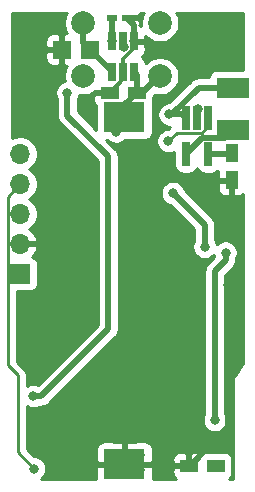
<source format=gbr>
G04 #@! TF.GenerationSoftware,KiCad,Pcbnew,(5.1.9)-1*
G04 #@! TF.CreationDate,2021-03-01T14:14:47+01:00*
G04 #@! TF.ProjectId,button timer v1.2.1_Coin_Cell,62757474-6f6e-4207-9469-6d6572207631,rev?*
G04 #@! TF.SameCoordinates,Original*
G04 #@! TF.FileFunction,Copper,L2,Bot*
G04 #@! TF.FilePolarity,Positive*
%FSLAX46Y46*%
G04 Gerber Fmt 4.6, Leading zero omitted, Abs format (unit mm)*
G04 Created by KiCad (PCBNEW (5.1.9)-1) date 2021-03-01 14:14:47*
%MOMM*%
%LPD*%
G01*
G04 APERTURE LIST*
G04 #@! TA.AperFunction,SMDPad,CuDef*
%ADD10R,2.794000X1.778000*%
G04 #@! TD*
G04 #@! TA.AperFunction,SMDPad,CuDef*
%ADD11R,0.650000X1.500000*%
G04 #@! TD*
G04 #@! TA.AperFunction,SMDPad,CuDef*
%ADD12R,0.650000X2.000000*%
G04 #@! TD*
G04 #@! TA.AperFunction,SMDPad,CuDef*
%ADD13C,0.150000*%
G04 #@! TD*
G04 #@! TA.AperFunction,SMDPad,CuDef*
%ADD14R,1.500000X1.100000*%
G04 #@! TD*
G04 #@! TA.AperFunction,SMDPad,CuDef*
%ADD15R,1.100000X1.500000*%
G04 #@! TD*
G04 #@! TA.AperFunction,SMDPad,CuDef*
%ADD16R,1.500000X1.500000*%
G04 #@! TD*
G04 #@! TA.AperFunction,ComponentPad*
%ADD17C,2.000000*%
G04 #@! TD*
G04 #@! TA.AperFunction,ComponentPad*
%ADD18O,1.700000X1.700000*%
G04 #@! TD*
G04 #@! TA.AperFunction,ComponentPad*
%ADD19R,1.700000X1.700000*%
G04 #@! TD*
G04 #@! TA.AperFunction,SMDPad,CuDef*
%ADD20R,0.900000X0.620000*%
G04 #@! TD*
G04 #@! TA.AperFunction,SMDPad,CuDef*
%ADD21R,3.510000X2.540000*%
G04 #@! TD*
G04 #@! TA.AperFunction,ViaPad*
%ADD22C,0.800000*%
G04 #@! TD*
G04 #@! TA.AperFunction,Conductor*
%ADD23C,0.500000*%
G04 #@! TD*
G04 #@! TA.AperFunction,Conductor*
%ADD24C,0.350000*%
G04 #@! TD*
G04 #@! TA.AperFunction,Conductor*
%ADD25C,0.250000*%
G04 #@! TD*
G04 #@! TA.AperFunction,Conductor*
%ADD26C,0.254000*%
G04 #@! TD*
G04 #@! TA.AperFunction,Conductor*
%ADD27C,0.150000*%
G04 #@! TD*
G04 APERTURE END LIST*
D10*
G04 #@! TO.P,L1,1*
G04 #@! TO.N,Net-(L1-Pad1)*
X134975000Y-61597000D03*
G04 #@! TO.P,L1,2*
G04 #@! TO.N,Net-(L1-Pad2)*
X134975000Y-65153000D03*
G04 #@! TD*
D11*
G04 #@! TO.P,U2,5*
G04 #@! TO.N,Net-(Q1-Pad1)*
X125650000Y-57660000D03*
G04 #@! TO.P,U2,6*
G04 #@! TO.N,/GND*
X126600000Y-57660000D03*
G04 #@! TO.P,U2,4*
G04 #@! TO.N,/GPIO4*
X124700000Y-57660000D03*
G04 #@! TO.P,U2,3*
G04 #@! TO.N,Net-(R6-Pad2)*
X124700000Y-60260000D03*
G04 #@! TO.P,U2,2*
G04 #@! TO.N,/GND*
X125650000Y-60260000D03*
G04 #@! TO.P,U2,1*
G04 #@! TO.N,Net-(BT1-Pad1)*
X126600000Y-60260000D03*
G04 #@! TD*
D12*
G04 #@! TO.P,U1,5*
G04 #@! TO.N,Net-(L1-Pad2)*
X130980000Y-67220000D03*
G04 #@! TO.P,U1,4*
G04 #@! TO.N,/VCC*
X132880000Y-67220000D03*
G04 #@! TO.P,U1,3*
G04 #@! TO.N,Net-(R7-Pad1)*
X132880000Y-64170000D03*
G04 #@! TA.AperFunction,SMDPad,CuDef*
D13*
G04 #@! TO.P,U1,2*
G04 #@! TO.N,/GND*
G36*
X131605000Y-63170000D02*
G01*
X132255000Y-63170000D01*
X132255000Y-65170000D01*
X131605000Y-65170000D01*
X131605000Y-63170000D01*
G37*
G04 #@! TD.AperFunction*
D12*
G04 #@! TO.P,U1,1*
G04 #@! TO.N,Net-(L1-Pad1)*
X130980000Y-64170000D03*
G04 #@! TD*
D14*
G04 #@! TO.P,C1,2*
G04 #@! TO.N,Net-(BT1-Pad1)*
X126820000Y-62010000D03*
G04 #@! TO.P,C1,1*
G04 #@! TO.N,/GND*
X124520000Y-62010000D03*
G04 #@! TD*
D15*
G04 #@! TO.P,C3,2*
G04 #@! TO.N,/GND*
X134850000Y-69400000D03*
G04 #@! TO.P,C3,1*
G04 #@! TO.N,/VCC*
X134850000Y-67100000D03*
G04 #@! TD*
D14*
G04 #@! TO.P,C2,2*
G04 #@! TO.N,/RST*
X133534800Y-93599000D03*
G04 #@! TO.P,C2,1*
G04 #@! TO.N,/GND*
X131234800Y-93599000D03*
G04 #@! TD*
D16*
G04 #@! TO.P,R8,2*
G04 #@! TO.N,Net-(R6-Pad2)*
X122880000Y-58356500D03*
G04 #@! TO.P,R8,1*
G04 #@! TO.N,/GND*
X120480000Y-58356500D03*
G04 #@! TD*
D17*
G04 #@! TO.P,SW1,1*
G04 #@! TO.N,Net-(BT1-Pad1)*
X122300000Y-60600000D03*
G04 #@! TO.P,SW1,2*
G04 #@! TO.N,Net-(R6-Pad2)*
X122300000Y-56100000D03*
G04 #@! TO.P,SW1,1*
G04 #@! TO.N,Net-(BT1-Pad1)*
X128800000Y-60600000D03*
G04 #@! TO.P,SW1,2*
G04 #@! TO.N,Net-(R6-Pad2)*
X128800000Y-56100000D03*
G04 #@! TD*
D18*
G04 #@! TO.P,J1,5*
G04 #@! TO.N,/RST*
X116960000Y-67190000D03*
G04 #@! TO.P,J1,4*
G04 #@! TO.N,/TX*
X116960000Y-69730000D03*
G04 #@! TO.P,J1,3*
G04 #@! TO.N,/RX*
X116960000Y-72270000D03*
G04 #@! TO.P,J1,2*
G04 #@! TO.N,/GND*
X116960000Y-74810000D03*
D19*
G04 #@! TO.P,J1,1*
G04 #@! TO.N,/VCC*
X116960000Y-77350000D03*
G04 #@! TD*
D20*
G04 #@! TO.P,C4,2*
G04 #@! TO.N,/GND*
X126020000Y-55660000D03*
G04 #@! TO.P,C4,1*
G04 #@! TO.N,/GPIO4*
X124720000Y-55660000D03*
G04 #@! TD*
D21*
G04 #@! TO.P,BT1,2*
G04 #@! TO.N,/GND*
X125780800Y-93444200D03*
G04 #@! TO.P,BT1,1*
G04 #@! TO.N,Net-(BT1-Pad1)*
X125780800Y-64084200D03*
G04 #@! TD*
D22*
G04 #@! TO.N,/VCC*
X134825000Y-67125000D03*
G04 #@! TO.N,/GND*
X120475000Y-58275000D03*
X124600000Y-62025000D03*
X132000000Y-63425000D03*
X118925000Y-79675000D03*
X117350000Y-79650000D03*
X123150000Y-69925000D03*
X119950000Y-70775000D03*
X123325000Y-73100000D03*
X131230000Y-93670000D03*
X124510000Y-93940000D03*
X125830000Y-94000000D03*
X127100000Y-93950000D03*
X127080000Y-92700000D03*
X125830000Y-92710000D03*
X124530000Y-92730000D03*
X131900080Y-69400000D03*
X134575000Y-78275000D03*
X126600000Y-57660000D03*
G04 #@! TO.N,/RST*
X129875000Y-70500000D03*
X132575000Y-75050000D03*
X133330000Y-93670000D03*
G04 #@! TO.N,/TX*
X118125000Y-93825000D03*
G04 #@! TO.N,/EN*
X134350000Y-75550000D03*
X133437500Y-89737500D03*
G04 #@! TO.N,Net-(BT1-Pad1)*
X125075000Y-65300000D03*
X127040000Y-62010000D03*
G04 #@! TO.N,/GPIO4*
X118075000Y-87700000D03*
X124700000Y-57660000D03*
X120949999Y-62025001D03*
G04 #@! TO.N,Net-(R7-Pad1)*
X129500000Y-66100000D03*
G04 #@! TO.N,Net-(L1-Pad1)*
X129590000Y-63850000D03*
G04 #@! TO.N,Net-(Q1-Pad1)*
X125730189Y-58125202D03*
G04 #@! TD*
D23*
G04 #@! TO.N,/VCC*
X134730000Y-67220000D02*
X134825000Y-67125000D01*
X132880000Y-67220000D02*
X134730000Y-67220000D01*
X134825000Y-67125000D02*
X134850000Y-67100000D01*
G04 #@! TO.N,/GND*
X118925000Y-77500000D02*
X123325000Y-73100000D01*
X118925000Y-79675000D02*
X118925000Y-77500000D01*
X126600000Y-56240000D02*
X126600000Y-57660000D01*
X126020000Y-55660000D02*
X126600000Y-56240000D01*
X131230000Y-93670000D02*
X134575000Y-90325000D01*
X134575000Y-90325000D02*
X134575000Y-78275000D01*
X134575000Y-78275000D02*
X134575000Y-78275000D01*
X126600000Y-57660000D02*
X126600000Y-57660000D01*
D24*
X126600000Y-58210000D02*
X126600000Y-57660000D01*
X125650000Y-59160000D02*
X126600000Y-58210000D01*
X125650000Y-60260000D02*
X125650000Y-59160000D01*
X125650000Y-60880000D02*
X125650000Y-60260000D01*
X124520000Y-62010000D02*
X125650000Y-60880000D01*
D23*
G04 #@! TO.N,/RST*
X129875000Y-70500000D02*
X132575000Y-73200000D01*
X132575000Y-73200000D02*
X132575000Y-75050000D01*
X132575000Y-75050000D02*
X132575000Y-75050000D01*
D25*
G04 #@! TO.N,/TX*
X115884999Y-85083699D02*
X116750000Y-85948700D01*
X115884999Y-70805001D02*
X115884999Y-85083699D01*
X116960000Y-69730000D02*
X115884999Y-70805001D01*
X116750000Y-85948700D02*
X116750000Y-92450000D01*
X116750000Y-92450000D02*
X118125000Y-93825000D01*
X118125000Y-93825000D02*
X118125000Y-93825000D01*
D23*
G04 #@! TO.N,/EN*
X133437500Y-89737500D02*
X133400000Y-89775000D01*
X134350000Y-75550000D02*
X134350000Y-76200000D01*
X133437500Y-77112500D02*
X133437500Y-89737500D01*
X134350000Y-76200000D02*
X133437500Y-77112500D01*
G04 #@! TO.N,Net-(BT1-Pad1)*
X125780800Y-63049200D02*
X126820000Y-62010000D01*
X125780800Y-64084200D02*
X125780800Y-63049200D01*
X128800000Y-60510000D02*
X128810000Y-60510000D01*
X127300000Y-62010000D02*
X128800000Y-60510000D01*
X126820000Y-62010000D02*
X127040000Y-62010000D01*
X126820000Y-60480000D02*
X126600000Y-60260000D01*
X126820000Y-62010000D02*
X126820000Y-60480000D01*
X127040000Y-62010000D02*
X127300000Y-62010000D01*
G04 #@! TO.N,Net-(L1-Pad2)*
X132329979Y-65870021D02*
X130980000Y-67220000D01*
X134975000Y-65153000D02*
X134258001Y-65869999D01*
X134258001Y-65869999D02*
X132544981Y-65869999D01*
X132544981Y-65869999D02*
X132544959Y-65870021D01*
X132544959Y-65870021D02*
X132329979Y-65870021D01*
G04 #@! TO.N,/GPIO4*
X124720000Y-57640000D02*
X124700000Y-57660000D01*
X124720000Y-55660000D02*
X124720000Y-57640000D01*
X118075000Y-87700000D02*
X118750000Y-87700000D01*
X118750000Y-87700000D02*
X124400000Y-82050000D01*
X124400000Y-82050000D02*
X124400000Y-67400000D01*
X120949999Y-63949999D02*
X120949999Y-62025001D01*
X124400000Y-67400000D02*
X120949999Y-63949999D01*
G04 #@! TO.N,Net-(R6-Pad2)*
X124700000Y-60176500D02*
X122880000Y-58356500D01*
X124700000Y-60260000D02*
X124700000Y-60176500D01*
X122300000Y-57776500D02*
X122880000Y-58356500D01*
X122300000Y-56010000D02*
X122300000Y-57776500D01*
D25*
G04 #@! TO.N,Net-(R7-Pad1)*
X132348204Y-65395010D02*
X130204990Y-65395010D01*
X132880000Y-64863214D02*
X132348204Y-65395010D01*
X132880000Y-64170000D02*
X132880000Y-64863214D01*
X130204990Y-65395010D02*
X129500000Y-66100000D01*
X129500000Y-66100000D02*
X129500000Y-66100000D01*
D23*
G04 #@! TO.N,Net-(L1-Pad1)*
X130660000Y-63850000D02*
X130980000Y-64170000D01*
X129590000Y-63850000D02*
X130660000Y-63850000D01*
X129800000Y-63850000D02*
X129590000Y-63850000D01*
X132053000Y-61597000D02*
X129800000Y-63850000D01*
X134975000Y-61597000D02*
X132053000Y-61597000D01*
G04 #@! TD*
D26*
G04 #@! TO.N,/GND*
X135840000Y-60069928D02*
X133578000Y-60069928D01*
X133453518Y-60082188D01*
X133333820Y-60118498D01*
X133223506Y-60177463D01*
X133126815Y-60256815D01*
X133047463Y-60353506D01*
X132988498Y-60463820D01*
X132952188Y-60583518D01*
X132939928Y-60708000D01*
X132939928Y-60712000D01*
X132096465Y-60712000D01*
X132052999Y-60707719D01*
X132009533Y-60712000D01*
X132009523Y-60712000D01*
X131879510Y-60724805D01*
X131712687Y-60775411D01*
X131558941Y-60857589D01*
X131529452Y-60881790D01*
X131457953Y-60940468D01*
X131457951Y-60940470D01*
X131424183Y-60968183D01*
X131396470Y-61001951D01*
X129583422Y-62815000D01*
X129488061Y-62815000D01*
X129288102Y-62854774D01*
X129099744Y-62932795D01*
X128930226Y-63046063D01*
X128786063Y-63190226D01*
X128672795Y-63359744D01*
X128594774Y-63548102D01*
X128555000Y-63748061D01*
X128555000Y-63951939D01*
X128594774Y-64151898D01*
X128672795Y-64340256D01*
X128786063Y-64509774D01*
X128930226Y-64653937D01*
X129099744Y-64767205D01*
X129288102Y-64845226D01*
X129488061Y-64885000D01*
X129640197Y-64885000D01*
X129460198Y-65065000D01*
X129398061Y-65065000D01*
X129198102Y-65104774D01*
X129009744Y-65182795D01*
X128840226Y-65296063D01*
X128696063Y-65440226D01*
X128582795Y-65609744D01*
X128504774Y-65798102D01*
X128465000Y-65998061D01*
X128465000Y-66201939D01*
X128504774Y-66401898D01*
X128582795Y-66590256D01*
X128696063Y-66759774D01*
X128840226Y-66903937D01*
X129009744Y-67017205D01*
X129198102Y-67095226D01*
X129398061Y-67135000D01*
X129601939Y-67135000D01*
X129801898Y-67095226D01*
X129990256Y-67017205D01*
X130016928Y-66999383D01*
X130016928Y-68220000D01*
X130029188Y-68344482D01*
X130065498Y-68464180D01*
X130124463Y-68574494D01*
X130203815Y-68671185D01*
X130300506Y-68750537D01*
X130410820Y-68809502D01*
X130530518Y-68845812D01*
X130655000Y-68858072D01*
X131305000Y-68858072D01*
X131429482Y-68845812D01*
X131549180Y-68809502D01*
X131659494Y-68750537D01*
X131756185Y-68671185D01*
X131835537Y-68574494D01*
X131894502Y-68464180D01*
X131930000Y-68347159D01*
X131965498Y-68464180D01*
X132024463Y-68574494D01*
X132103815Y-68671185D01*
X132200506Y-68750537D01*
X132310820Y-68809502D01*
X132430518Y-68845812D01*
X132555000Y-68858072D01*
X133205000Y-68858072D01*
X133329482Y-68845812D01*
X133449180Y-68809502D01*
X133559494Y-68750537D01*
X133656185Y-68671185D01*
X133662021Y-68664074D01*
X133665000Y-69114250D01*
X133823750Y-69273000D01*
X134723000Y-69273000D01*
X134723000Y-69253000D01*
X134977000Y-69253000D01*
X134977000Y-69273000D01*
X134997000Y-69273000D01*
X134997000Y-69527000D01*
X134977000Y-69527000D01*
X134977000Y-70626250D01*
X135135750Y-70785000D01*
X135400000Y-70788072D01*
X135524482Y-70775812D01*
X135644180Y-70739502D01*
X135754494Y-70680537D01*
X135840001Y-70610364D01*
X135840001Y-78071344D01*
X135840000Y-78071354D01*
X135840001Y-80611344D01*
X135840000Y-80611354D01*
X135840001Y-84917666D01*
X135200464Y-85831291D01*
X135149289Y-85873290D01*
X135063688Y-85977594D01*
X135000081Y-86096595D01*
X134960912Y-86225718D01*
X134951000Y-86326354D01*
X134951001Y-94693681D01*
X134613398Y-94693379D01*
X134639294Y-94679537D01*
X134735985Y-94600185D01*
X134815337Y-94503494D01*
X134874302Y-94393180D01*
X134910612Y-94273482D01*
X134922872Y-94149000D01*
X134922872Y-93049000D01*
X134910612Y-92924518D01*
X134874302Y-92804820D01*
X134815337Y-92694506D01*
X134735985Y-92597815D01*
X134639294Y-92518463D01*
X134528980Y-92459498D01*
X134409282Y-92423188D01*
X134284800Y-92410928D01*
X132784800Y-92410928D01*
X132660318Y-92423188D01*
X132540620Y-92459498D01*
X132430306Y-92518463D01*
X132384800Y-92555809D01*
X132339294Y-92518463D01*
X132228980Y-92459498D01*
X132109282Y-92423188D01*
X131984800Y-92410928D01*
X131520550Y-92414000D01*
X131361800Y-92572750D01*
X131361800Y-93472000D01*
X131381800Y-93472000D01*
X131381800Y-93726000D01*
X131361800Y-93726000D01*
X131361800Y-93746000D01*
X131107800Y-93746000D01*
X131107800Y-93726000D01*
X130008550Y-93726000D01*
X129849800Y-93884750D01*
X129846728Y-94149000D01*
X129858988Y-94273482D01*
X129895298Y-94393180D01*
X129954263Y-94503494D01*
X130033615Y-94600185D01*
X130130306Y-94679537D01*
X130148724Y-94689382D01*
X128173789Y-94687614D01*
X128170800Y-93729950D01*
X128012050Y-93571200D01*
X125907800Y-93571200D01*
X125907800Y-93591200D01*
X125653800Y-93591200D01*
X125653800Y-93571200D01*
X123549550Y-93571200D01*
X123390800Y-93729950D01*
X123387824Y-94683329D01*
X118709639Y-94679141D01*
X118784774Y-94628937D01*
X118928937Y-94484774D01*
X119042205Y-94315256D01*
X119120226Y-94126898D01*
X119160000Y-93926939D01*
X119160000Y-93723061D01*
X119120226Y-93523102D01*
X119042205Y-93334744D01*
X118928937Y-93165226D01*
X118784774Y-93021063D01*
X118615256Y-92907795D01*
X118426898Y-92829774D01*
X118226939Y-92790000D01*
X118164802Y-92790000D01*
X117549002Y-92174200D01*
X123387728Y-92174200D01*
X123390800Y-93158450D01*
X123549550Y-93317200D01*
X125653800Y-93317200D01*
X125653800Y-91697950D01*
X125907800Y-91697950D01*
X125907800Y-93317200D01*
X128012050Y-93317200D01*
X128170800Y-93158450D01*
X128171141Y-93049000D01*
X129846728Y-93049000D01*
X129849800Y-93313250D01*
X130008550Y-93472000D01*
X131107800Y-93472000D01*
X131107800Y-92572750D01*
X130949050Y-92414000D01*
X130484800Y-92410928D01*
X130360318Y-92423188D01*
X130240620Y-92459498D01*
X130130306Y-92518463D01*
X130033615Y-92597815D01*
X129954263Y-92694506D01*
X129895298Y-92804820D01*
X129858988Y-92924518D01*
X129846728Y-93049000D01*
X128171141Y-93049000D01*
X128173872Y-92174200D01*
X128161612Y-92049718D01*
X128125302Y-91930020D01*
X128066337Y-91819706D01*
X127986985Y-91723015D01*
X127890294Y-91643663D01*
X127779980Y-91584698D01*
X127660282Y-91548388D01*
X127535800Y-91536128D01*
X126066550Y-91539200D01*
X125907800Y-91697950D01*
X125653800Y-91697950D01*
X125495050Y-91539200D01*
X124025800Y-91536128D01*
X123901318Y-91548388D01*
X123781620Y-91584698D01*
X123671306Y-91643663D01*
X123574615Y-91723015D01*
X123495263Y-91819706D01*
X123436298Y-91930020D01*
X123399988Y-92049718D01*
X123387728Y-92174200D01*
X117549002Y-92174200D01*
X117510000Y-92135199D01*
X117510000Y-88567263D01*
X117584744Y-88617205D01*
X117773102Y-88695226D01*
X117973061Y-88735000D01*
X118176939Y-88735000D01*
X118376898Y-88695226D01*
X118565256Y-88617205D01*
X118613454Y-88585000D01*
X118706531Y-88585000D01*
X118750000Y-88589281D01*
X118793469Y-88585000D01*
X118793477Y-88585000D01*
X118923490Y-88572195D01*
X119090313Y-88521589D01*
X119244059Y-88439411D01*
X119378817Y-88328817D01*
X119406534Y-88295044D01*
X124995051Y-82706528D01*
X125028817Y-82678817D01*
X125139411Y-82544059D01*
X125139412Y-82544058D01*
X125221589Y-82390314D01*
X125272195Y-82223490D01*
X125272195Y-82223489D01*
X125285000Y-82093477D01*
X125285000Y-82093469D01*
X125289281Y-82050000D01*
X125285000Y-82006531D01*
X125285000Y-70398061D01*
X128840000Y-70398061D01*
X128840000Y-70601939D01*
X128879774Y-70801898D01*
X128957795Y-70990256D01*
X129071063Y-71159774D01*
X129215226Y-71303937D01*
X129384744Y-71417205D01*
X129573102Y-71495226D01*
X129629957Y-71506535D01*
X131690000Y-73566579D01*
X131690001Y-74511545D01*
X131657795Y-74559744D01*
X131579774Y-74748102D01*
X131540000Y-74948061D01*
X131540000Y-75151939D01*
X131579774Y-75351898D01*
X131657795Y-75540256D01*
X131771063Y-75709774D01*
X131915226Y-75853937D01*
X132084744Y-75967205D01*
X132273102Y-76045226D01*
X132473061Y-76085000D01*
X132676939Y-76085000D01*
X132876898Y-76045226D01*
X133065256Y-75967205D01*
X133234774Y-75853937D01*
X133335203Y-75753508D01*
X133354774Y-75851898D01*
X133381647Y-75916774D01*
X132842456Y-76455966D01*
X132808683Y-76483683D01*
X132698089Y-76618442D01*
X132615911Y-76772188D01*
X132565305Y-76939011D01*
X132552500Y-77069024D01*
X132552500Y-77069031D01*
X132548219Y-77112500D01*
X132552500Y-77155969D01*
X132552501Y-89199044D01*
X132520295Y-89247244D01*
X132442274Y-89435602D01*
X132402500Y-89635561D01*
X132402500Y-89839439D01*
X132442274Y-90039398D01*
X132520295Y-90227756D01*
X132633563Y-90397274D01*
X132777726Y-90541437D01*
X132947244Y-90654705D01*
X133135602Y-90732726D01*
X133335561Y-90772500D01*
X133539439Y-90772500D01*
X133739398Y-90732726D01*
X133927756Y-90654705D01*
X134097274Y-90541437D01*
X134241437Y-90397274D01*
X134354705Y-90227756D01*
X134432726Y-90039398D01*
X134472500Y-89839439D01*
X134472500Y-89635561D01*
X134432726Y-89435602D01*
X134354705Y-89247244D01*
X134322500Y-89199046D01*
X134322500Y-77479078D01*
X134945049Y-76856530D01*
X134978817Y-76828817D01*
X135025293Y-76772187D01*
X135089411Y-76694059D01*
X135171589Y-76540313D01*
X135222195Y-76373490D01*
X135235000Y-76243477D01*
X135235000Y-76243469D01*
X135239281Y-76200000D01*
X135235000Y-76156531D01*
X135235000Y-76088454D01*
X135267205Y-76040256D01*
X135345226Y-75851898D01*
X135385000Y-75651939D01*
X135385000Y-75448061D01*
X135345226Y-75248102D01*
X135267205Y-75059744D01*
X135153937Y-74890226D01*
X135009774Y-74746063D01*
X134840256Y-74632795D01*
X134651898Y-74554774D01*
X134451939Y-74515000D01*
X134248061Y-74515000D01*
X134048102Y-74554774D01*
X133859744Y-74632795D01*
X133690226Y-74746063D01*
X133589797Y-74846492D01*
X133570226Y-74748102D01*
X133492205Y-74559744D01*
X133460000Y-74511546D01*
X133460000Y-73243469D01*
X133464281Y-73200000D01*
X133460000Y-73156531D01*
X133460000Y-73156523D01*
X133447195Y-73026510D01*
X133431087Y-72973411D01*
X133396589Y-72859686D01*
X133314411Y-72705941D01*
X133231532Y-72604953D01*
X133231530Y-72604951D01*
X133203817Y-72571183D01*
X133170050Y-72543471D01*
X130881535Y-70254957D01*
X130870226Y-70198102D01*
X130850302Y-70150000D01*
X133661928Y-70150000D01*
X133674188Y-70274482D01*
X133710498Y-70394180D01*
X133769463Y-70504494D01*
X133848815Y-70601185D01*
X133945506Y-70680537D01*
X134055820Y-70739502D01*
X134175518Y-70775812D01*
X134300000Y-70788072D01*
X134564250Y-70785000D01*
X134723000Y-70626250D01*
X134723000Y-69527000D01*
X133823750Y-69527000D01*
X133665000Y-69685750D01*
X133661928Y-70150000D01*
X130850302Y-70150000D01*
X130792205Y-70009744D01*
X130678937Y-69840226D01*
X130534774Y-69696063D01*
X130365256Y-69582795D01*
X130176898Y-69504774D01*
X129976939Y-69465000D01*
X129773061Y-69465000D01*
X129573102Y-69504774D01*
X129384744Y-69582795D01*
X129215226Y-69696063D01*
X129071063Y-69840226D01*
X128957795Y-70009744D01*
X128879774Y-70198102D01*
X128840000Y-70398061D01*
X125285000Y-70398061D01*
X125285000Y-67443465D01*
X125289281Y-67399999D01*
X125285000Y-67356533D01*
X125285000Y-67356523D01*
X125272195Y-67226510D01*
X125221589Y-67059687D01*
X125139411Y-66905941D01*
X125092682Y-66849002D01*
X125056532Y-66804953D01*
X125056530Y-66804951D01*
X125028817Y-66771183D01*
X124995049Y-66743470D01*
X124243851Y-65992272D01*
X124303561Y-65992272D01*
X124415226Y-66103937D01*
X124584744Y-66217205D01*
X124773102Y-66295226D01*
X124973061Y-66335000D01*
X125176939Y-66335000D01*
X125376898Y-66295226D01*
X125565256Y-66217205D01*
X125734774Y-66103937D01*
X125846439Y-65992272D01*
X127535800Y-65992272D01*
X127660282Y-65980012D01*
X127779980Y-65943702D01*
X127890294Y-65884737D01*
X127986985Y-65805385D01*
X128066337Y-65708694D01*
X128125302Y-65598380D01*
X128161612Y-65478682D01*
X128173872Y-65354200D01*
X128173872Y-62814200D01*
X128169605Y-62770875D01*
X128195812Y-62684482D01*
X128208072Y-62560000D01*
X128208072Y-62353506D01*
X128378407Y-62183172D01*
X128638967Y-62235000D01*
X128961033Y-62235000D01*
X129276912Y-62172168D01*
X129574463Y-62048918D01*
X129842252Y-61869987D01*
X130069987Y-61642252D01*
X130248918Y-61374463D01*
X130372168Y-61076912D01*
X130435000Y-60761033D01*
X130435000Y-60438967D01*
X130372168Y-60123088D01*
X130248918Y-59825537D01*
X130069987Y-59557748D01*
X129842252Y-59330013D01*
X129574463Y-59151082D01*
X129276912Y-59027832D01*
X128961033Y-58965000D01*
X128638967Y-58965000D01*
X128323088Y-59027832D01*
X128025537Y-59151082D01*
X127757748Y-59330013D01*
X127563072Y-59524689D01*
X127563072Y-59510000D01*
X127550812Y-59385518D01*
X127514502Y-59265820D01*
X127455537Y-59155506D01*
X127376185Y-59058815D01*
X127279494Y-58979463D01*
X127243082Y-58960000D01*
X127279494Y-58940537D01*
X127376185Y-58861185D01*
X127455537Y-58764494D01*
X127514502Y-58654180D01*
X127550812Y-58534482D01*
X127563072Y-58410000D01*
X127560000Y-57945750D01*
X127401250Y-57787000D01*
X126727000Y-57787000D01*
X126727000Y-57807000D01*
X126718662Y-57807000D01*
X126647394Y-57634946D01*
X126613072Y-57583579D01*
X126613072Y-57513000D01*
X126727000Y-57513000D01*
X126727000Y-57533000D01*
X127401250Y-57533000D01*
X127560000Y-57374250D01*
X127561328Y-57173567D01*
X127757748Y-57369987D01*
X128025537Y-57548918D01*
X128323088Y-57672168D01*
X128638967Y-57735000D01*
X128961033Y-57735000D01*
X129276912Y-57672168D01*
X129574463Y-57548918D01*
X129842252Y-57369987D01*
X130069987Y-57142252D01*
X130248918Y-56874463D01*
X130372168Y-56576912D01*
X130435000Y-56261033D01*
X130435000Y-55938967D01*
X130372168Y-55623088D01*
X130248918Y-55325537D01*
X130186084Y-55231500D01*
X135840000Y-55231500D01*
X135840000Y-60069928D01*
G04 #@! TA.AperFunction,Conductor*
D27*
G36*
X135840000Y-60069928D02*
G01*
X133578000Y-60069928D01*
X133453518Y-60082188D01*
X133333820Y-60118498D01*
X133223506Y-60177463D01*
X133126815Y-60256815D01*
X133047463Y-60353506D01*
X132988498Y-60463820D01*
X132952188Y-60583518D01*
X132939928Y-60708000D01*
X132939928Y-60712000D01*
X132096465Y-60712000D01*
X132052999Y-60707719D01*
X132009533Y-60712000D01*
X132009523Y-60712000D01*
X131879510Y-60724805D01*
X131712687Y-60775411D01*
X131558941Y-60857589D01*
X131529452Y-60881790D01*
X131457953Y-60940468D01*
X131457951Y-60940470D01*
X131424183Y-60968183D01*
X131396470Y-61001951D01*
X129583422Y-62815000D01*
X129488061Y-62815000D01*
X129288102Y-62854774D01*
X129099744Y-62932795D01*
X128930226Y-63046063D01*
X128786063Y-63190226D01*
X128672795Y-63359744D01*
X128594774Y-63548102D01*
X128555000Y-63748061D01*
X128555000Y-63951939D01*
X128594774Y-64151898D01*
X128672795Y-64340256D01*
X128786063Y-64509774D01*
X128930226Y-64653937D01*
X129099744Y-64767205D01*
X129288102Y-64845226D01*
X129488061Y-64885000D01*
X129640197Y-64885000D01*
X129460198Y-65065000D01*
X129398061Y-65065000D01*
X129198102Y-65104774D01*
X129009744Y-65182795D01*
X128840226Y-65296063D01*
X128696063Y-65440226D01*
X128582795Y-65609744D01*
X128504774Y-65798102D01*
X128465000Y-65998061D01*
X128465000Y-66201939D01*
X128504774Y-66401898D01*
X128582795Y-66590256D01*
X128696063Y-66759774D01*
X128840226Y-66903937D01*
X129009744Y-67017205D01*
X129198102Y-67095226D01*
X129398061Y-67135000D01*
X129601939Y-67135000D01*
X129801898Y-67095226D01*
X129990256Y-67017205D01*
X130016928Y-66999383D01*
X130016928Y-68220000D01*
X130029188Y-68344482D01*
X130065498Y-68464180D01*
X130124463Y-68574494D01*
X130203815Y-68671185D01*
X130300506Y-68750537D01*
X130410820Y-68809502D01*
X130530518Y-68845812D01*
X130655000Y-68858072D01*
X131305000Y-68858072D01*
X131429482Y-68845812D01*
X131549180Y-68809502D01*
X131659494Y-68750537D01*
X131756185Y-68671185D01*
X131835537Y-68574494D01*
X131894502Y-68464180D01*
X131930000Y-68347159D01*
X131965498Y-68464180D01*
X132024463Y-68574494D01*
X132103815Y-68671185D01*
X132200506Y-68750537D01*
X132310820Y-68809502D01*
X132430518Y-68845812D01*
X132555000Y-68858072D01*
X133205000Y-68858072D01*
X133329482Y-68845812D01*
X133449180Y-68809502D01*
X133559494Y-68750537D01*
X133656185Y-68671185D01*
X133662021Y-68664074D01*
X133665000Y-69114250D01*
X133823750Y-69273000D01*
X134723000Y-69273000D01*
X134723000Y-69253000D01*
X134977000Y-69253000D01*
X134977000Y-69273000D01*
X134997000Y-69273000D01*
X134997000Y-69527000D01*
X134977000Y-69527000D01*
X134977000Y-70626250D01*
X135135750Y-70785000D01*
X135400000Y-70788072D01*
X135524482Y-70775812D01*
X135644180Y-70739502D01*
X135754494Y-70680537D01*
X135840001Y-70610364D01*
X135840001Y-78071344D01*
X135840000Y-78071354D01*
X135840001Y-80611344D01*
X135840000Y-80611354D01*
X135840001Y-84917666D01*
X135200464Y-85831291D01*
X135149289Y-85873290D01*
X135063688Y-85977594D01*
X135000081Y-86096595D01*
X134960912Y-86225718D01*
X134951000Y-86326354D01*
X134951001Y-94693681D01*
X134613398Y-94693379D01*
X134639294Y-94679537D01*
X134735985Y-94600185D01*
X134815337Y-94503494D01*
X134874302Y-94393180D01*
X134910612Y-94273482D01*
X134922872Y-94149000D01*
X134922872Y-93049000D01*
X134910612Y-92924518D01*
X134874302Y-92804820D01*
X134815337Y-92694506D01*
X134735985Y-92597815D01*
X134639294Y-92518463D01*
X134528980Y-92459498D01*
X134409282Y-92423188D01*
X134284800Y-92410928D01*
X132784800Y-92410928D01*
X132660318Y-92423188D01*
X132540620Y-92459498D01*
X132430306Y-92518463D01*
X132384800Y-92555809D01*
X132339294Y-92518463D01*
X132228980Y-92459498D01*
X132109282Y-92423188D01*
X131984800Y-92410928D01*
X131520550Y-92414000D01*
X131361800Y-92572750D01*
X131361800Y-93472000D01*
X131381800Y-93472000D01*
X131381800Y-93726000D01*
X131361800Y-93726000D01*
X131361800Y-93746000D01*
X131107800Y-93746000D01*
X131107800Y-93726000D01*
X130008550Y-93726000D01*
X129849800Y-93884750D01*
X129846728Y-94149000D01*
X129858988Y-94273482D01*
X129895298Y-94393180D01*
X129954263Y-94503494D01*
X130033615Y-94600185D01*
X130130306Y-94679537D01*
X130148724Y-94689382D01*
X128173789Y-94687614D01*
X128170800Y-93729950D01*
X128012050Y-93571200D01*
X125907800Y-93571200D01*
X125907800Y-93591200D01*
X125653800Y-93591200D01*
X125653800Y-93571200D01*
X123549550Y-93571200D01*
X123390800Y-93729950D01*
X123387824Y-94683329D01*
X118709639Y-94679141D01*
X118784774Y-94628937D01*
X118928937Y-94484774D01*
X119042205Y-94315256D01*
X119120226Y-94126898D01*
X119160000Y-93926939D01*
X119160000Y-93723061D01*
X119120226Y-93523102D01*
X119042205Y-93334744D01*
X118928937Y-93165226D01*
X118784774Y-93021063D01*
X118615256Y-92907795D01*
X118426898Y-92829774D01*
X118226939Y-92790000D01*
X118164802Y-92790000D01*
X117549002Y-92174200D01*
X123387728Y-92174200D01*
X123390800Y-93158450D01*
X123549550Y-93317200D01*
X125653800Y-93317200D01*
X125653800Y-91697950D01*
X125907800Y-91697950D01*
X125907800Y-93317200D01*
X128012050Y-93317200D01*
X128170800Y-93158450D01*
X128171141Y-93049000D01*
X129846728Y-93049000D01*
X129849800Y-93313250D01*
X130008550Y-93472000D01*
X131107800Y-93472000D01*
X131107800Y-92572750D01*
X130949050Y-92414000D01*
X130484800Y-92410928D01*
X130360318Y-92423188D01*
X130240620Y-92459498D01*
X130130306Y-92518463D01*
X130033615Y-92597815D01*
X129954263Y-92694506D01*
X129895298Y-92804820D01*
X129858988Y-92924518D01*
X129846728Y-93049000D01*
X128171141Y-93049000D01*
X128173872Y-92174200D01*
X128161612Y-92049718D01*
X128125302Y-91930020D01*
X128066337Y-91819706D01*
X127986985Y-91723015D01*
X127890294Y-91643663D01*
X127779980Y-91584698D01*
X127660282Y-91548388D01*
X127535800Y-91536128D01*
X126066550Y-91539200D01*
X125907800Y-91697950D01*
X125653800Y-91697950D01*
X125495050Y-91539200D01*
X124025800Y-91536128D01*
X123901318Y-91548388D01*
X123781620Y-91584698D01*
X123671306Y-91643663D01*
X123574615Y-91723015D01*
X123495263Y-91819706D01*
X123436298Y-91930020D01*
X123399988Y-92049718D01*
X123387728Y-92174200D01*
X117549002Y-92174200D01*
X117510000Y-92135199D01*
X117510000Y-88567263D01*
X117584744Y-88617205D01*
X117773102Y-88695226D01*
X117973061Y-88735000D01*
X118176939Y-88735000D01*
X118376898Y-88695226D01*
X118565256Y-88617205D01*
X118613454Y-88585000D01*
X118706531Y-88585000D01*
X118750000Y-88589281D01*
X118793469Y-88585000D01*
X118793477Y-88585000D01*
X118923490Y-88572195D01*
X119090313Y-88521589D01*
X119244059Y-88439411D01*
X119378817Y-88328817D01*
X119406534Y-88295044D01*
X124995051Y-82706528D01*
X125028817Y-82678817D01*
X125139411Y-82544059D01*
X125139412Y-82544058D01*
X125221589Y-82390314D01*
X125272195Y-82223490D01*
X125272195Y-82223489D01*
X125285000Y-82093477D01*
X125285000Y-82093469D01*
X125289281Y-82050000D01*
X125285000Y-82006531D01*
X125285000Y-70398061D01*
X128840000Y-70398061D01*
X128840000Y-70601939D01*
X128879774Y-70801898D01*
X128957795Y-70990256D01*
X129071063Y-71159774D01*
X129215226Y-71303937D01*
X129384744Y-71417205D01*
X129573102Y-71495226D01*
X129629957Y-71506535D01*
X131690000Y-73566579D01*
X131690001Y-74511545D01*
X131657795Y-74559744D01*
X131579774Y-74748102D01*
X131540000Y-74948061D01*
X131540000Y-75151939D01*
X131579774Y-75351898D01*
X131657795Y-75540256D01*
X131771063Y-75709774D01*
X131915226Y-75853937D01*
X132084744Y-75967205D01*
X132273102Y-76045226D01*
X132473061Y-76085000D01*
X132676939Y-76085000D01*
X132876898Y-76045226D01*
X133065256Y-75967205D01*
X133234774Y-75853937D01*
X133335203Y-75753508D01*
X133354774Y-75851898D01*
X133381647Y-75916774D01*
X132842456Y-76455966D01*
X132808683Y-76483683D01*
X132698089Y-76618442D01*
X132615911Y-76772188D01*
X132565305Y-76939011D01*
X132552500Y-77069024D01*
X132552500Y-77069031D01*
X132548219Y-77112500D01*
X132552500Y-77155969D01*
X132552501Y-89199044D01*
X132520295Y-89247244D01*
X132442274Y-89435602D01*
X132402500Y-89635561D01*
X132402500Y-89839439D01*
X132442274Y-90039398D01*
X132520295Y-90227756D01*
X132633563Y-90397274D01*
X132777726Y-90541437D01*
X132947244Y-90654705D01*
X133135602Y-90732726D01*
X133335561Y-90772500D01*
X133539439Y-90772500D01*
X133739398Y-90732726D01*
X133927756Y-90654705D01*
X134097274Y-90541437D01*
X134241437Y-90397274D01*
X134354705Y-90227756D01*
X134432726Y-90039398D01*
X134472500Y-89839439D01*
X134472500Y-89635561D01*
X134432726Y-89435602D01*
X134354705Y-89247244D01*
X134322500Y-89199046D01*
X134322500Y-77479078D01*
X134945049Y-76856530D01*
X134978817Y-76828817D01*
X135025293Y-76772187D01*
X135089411Y-76694059D01*
X135171589Y-76540313D01*
X135222195Y-76373490D01*
X135235000Y-76243477D01*
X135235000Y-76243469D01*
X135239281Y-76200000D01*
X135235000Y-76156531D01*
X135235000Y-76088454D01*
X135267205Y-76040256D01*
X135345226Y-75851898D01*
X135385000Y-75651939D01*
X135385000Y-75448061D01*
X135345226Y-75248102D01*
X135267205Y-75059744D01*
X135153937Y-74890226D01*
X135009774Y-74746063D01*
X134840256Y-74632795D01*
X134651898Y-74554774D01*
X134451939Y-74515000D01*
X134248061Y-74515000D01*
X134048102Y-74554774D01*
X133859744Y-74632795D01*
X133690226Y-74746063D01*
X133589797Y-74846492D01*
X133570226Y-74748102D01*
X133492205Y-74559744D01*
X133460000Y-74511546D01*
X133460000Y-73243469D01*
X133464281Y-73200000D01*
X133460000Y-73156531D01*
X133460000Y-73156523D01*
X133447195Y-73026510D01*
X133431087Y-72973411D01*
X133396589Y-72859686D01*
X133314411Y-72705941D01*
X133231532Y-72604953D01*
X133231530Y-72604951D01*
X133203817Y-72571183D01*
X133170050Y-72543471D01*
X130881535Y-70254957D01*
X130870226Y-70198102D01*
X130850302Y-70150000D01*
X133661928Y-70150000D01*
X133674188Y-70274482D01*
X133710498Y-70394180D01*
X133769463Y-70504494D01*
X133848815Y-70601185D01*
X133945506Y-70680537D01*
X134055820Y-70739502D01*
X134175518Y-70775812D01*
X134300000Y-70788072D01*
X134564250Y-70785000D01*
X134723000Y-70626250D01*
X134723000Y-69527000D01*
X133823750Y-69527000D01*
X133665000Y-69685750D01*
X133661928Y-70150000D01*
X130850302Y-70150000D01*
X130792205Y-70009744D01*
X130678937Y-69840226D01*
X130534774Y-69696063D01*
X130365256Y-69582795D01*
X130176898Y-69504774D01*
X129976939Y-69465000D01*
X129773061Y-69465000D01*
X129573102Y-69504774D01*
X129384744Y-69582795D01*
X129215226Y-69696063D01*
X129071063Y-69840226D01*
X128957795Y-70009744D01*
X128879774Y-70198102D01*
X128840000Y-70398061D01*
X125285000Y-70398061D01*
X125285000Y-67443465D01*
X125289281Y-67399999D01*
X125285000Y-67356533D01*
X125285000Y-67356523D01*
X125272195Y-67226510D01*
X125221589Y-67059687D01*
X125139411Y-66905941D01*
X125092682Y-66849002D01*
X125056532Y-66804953D01*
X125056530Y-66804951D01*
X125028817Y-66771183D01*
X124995049Y-66743470D01*
X124243851Y-65992272D01*
X124303561Y-65992272D01*
X124415226Y-66103937D01*
X124584744Y-66217205D01*
X124773102Y-66295226D01*
X124973061Y-66335000D01*
X125176939Y-66335000D01*
X125376898Y-66295226D01*
X125565256Y-66217205D01*
X125734774Y-66103937D01*
X125846439Y-65992272D01*
X127535800Y-65992272D01*
X127660282Y-65980012D01*
X127779980Y-65943702D01*
X127890294Y-65884737D01*
X127986985Y-65805385D01*
X128066337Y-65708694D01*
X128125302Y-65598380D01*
X128161612Y-65478682D01*
X128173872Y-65354200D01*
X128173872Y-62814200D01*
X128169605Y-62770875D01*
X128195812Y-62684482D01*
X128208072Y-62560000D01*
X128208072Y-62353506D01*
X128378407Y-62183172D01*
X128638967Y-62235000D01*
X128961033Y-62235000D01*
X129276912Y-62172168D01*
X129574463Y-62048918D01*
X129842252Y-61869987D01*
X130069987Y-61642252D01*
X130248918Y-61374463D01*
X130372168Y-61076912D01*
X130435000Y-60761033D01*
X130435000Y-60438967D01*
X130372168Y-60123088D01*
X130248918Y-59825537D01*
X130069987Y-59557748D01*
X129842252Y-59330013D01*
X129574463Y-59151082D01*
X129276912Y-59027832D01*
X128961033Y-58965000D01*
X128638967Y-58965000D01*
X128323088Y-59027832D01*
X128025537Y-59151082D01*
X127757748Y-59330013D01*
X127563072Y-59524689D01*
X127563072Y-59510000D01*
X127550812Y-59385518D01*
X127514502Y-59265820D01*
X127455537Y-59155506D01*
X127376185Y-59058815D01*
X127279494Y-58979463D01*
X127243082Y-58960000D01*
X127279494Y-58940537D01*
X127376185Y-58861185D01*
X127455537Y-58764494D01*
X127514502Y-58654180D01*
X127550812Y-58534482D01*
X127563072Y-58410000D01*
X127560000Y-57945750D01*
X127401250Y-57787000D01*
X126727000Y-57787000D01*
X126727000Y-57807000D01*
X126718662Y-57807000D01*
X126647394Y-57634946D01*
X126613072Y-57583579D01*
X126613072Y-57513000D01*
X126727000Y-57513000D01*
X126727000Y-57533000D01*
X127401250Y-57533000D01*
X127560000Y-57374250D01*
X127561328Y-57173567D01*
X127757748Y-57369987D01*
X128025537Y-57548918D01*
X128323088Y-57672168D01*
X128638967Y-57735000D01*
X128961033Y-57735000D01*
X129276912Y-57672168D01*
X129574463Y-57548918D01*
X129842252Y-57369987D01*
X130069987Y-57142252D01*
X130248918Y-56874463D01*
X130372168Y-56576912D01*
X130435000Y-56261033D01*
X130435000Y-55938967D01*
X130372168Y-55623088D01*
X130248918Y-55325537D01*
X130186084Y-55231500D01*
X135840000Y-55231500D01*
X135840000Y-60069928D01*
G37*
G04 #@! TD.AperFunction*
D26*
X120851082Y-55325537D02*
X120727832Y-55623088D01*
X120665000Y-55938967D01*
X120665000Y-56261033D01*
X120727832Y-56576912D01*
X120851082Y-56874463D01*
X120915259Y-56970511D01*
X120765750Y-56971500D01*
X120607000Y-57130250D01*
X120607000Y-58229500D01*
X120627000Y-58229500D01*
X120627000Y-58483500D01*
X120607000Y-58483500D01*
X120607000Y-59582750D01*
X120765750Y-59741500D01*
X120906611Y-59742432D01*
X120851082Y-59825537D01*
X120727832Y-60123088D01*
X120665000Y-60438967D01*
X120665000Y-60761033D01*
X120715778Y-61016313D01*
X120648101Y-61029775D01*
X120459743Y-61107796D01*
X120290225Y-61221064D01*
X120146062Y-61365227D01*
X120032794Y-61534745D01*
X119954773Y-61723103D01*
X119914999Y-61923062D01*
X119914999Y-62126940D01*
X119954773Y-62326899D01*
X120032794Y-62515257D01*
X120065000Y-62563456D01*
X120064999Y-63906530D01*
X120060718Y-63949999D01*
X120064999Y-63993468D01*
X120064999Y-63993475D01*
X120069877Y-64043000D01*
X120077804Y-64123489D01*
X120091913Y-64169999D01*
X120128410Y-64290311D01*
X120210588Y-64444057D01*
X120321182Y-64578816D01*
X120354955Y-64606533D01*
X123515001Y-67766580D01*
X123515000Y-81683421D01*
X118459452Y-86738969D01*
X118376898Y-86704774D01*
X118176939Y-86665000D01*
X117973061Y-86665000D01*
X117773102Y-86704774D01*
X117584744Y-86782795D01*
X117510000Y-86832737D01*
X117510000Y-85986022D01*
X117513676Y-85948699D01*
X117510000Y-85911376D01*
X117510000Y-85911367D01*
X117499003Y-85799714D01*
X117455546Y-85656453D01*
X117438039Y-85623700D01*
X117384974Y-85524423D01*
X117313799Y-85437697D01*
X117290001Y-85408699D01*
X117261004Y-85384902D01*
X116644999Y-84768898D01*
X116644999Y-78838072D01*
X117810000Y-78838072D01*
X117934482Y-78825812D01*
X118054180Y-78789502D01*
X118164494Y-78730537D01*
X118261185Y-78651185D01*
X118340537Y-78554494D01*
X118399502Y-78444180D01*
X118435812Y-78324482D01*
X118448072Y-78200000D01*
X118448072Y-76500000D01*
X118435812Y-76375518D01*
X118399502Y-76255820D01*
X118340537Y-76145506D01*
X118261185Y-76048815D01*
X118164494Y-75969463D01*
X118054180Y-75910498D01*
X117973534Y-75886034D01*
X118057588Y-75810269D01*
X118231641Y-75576920D01*
X118356825Y-75314099D01*
X118401476Y-75166890D01*
X118280155Y-74937000D01*
X117087000Y-74937000D01*
X117087000Y-74957000D01*
X116833000Y-74957000D01*
X116833000Y-74937000D01*
X116813000Y-74937000D01*
X116813000Y-74683000D01*
X116833000Y-74683000D01*
X116833000Y-74663000D01*
X117087000Y-74663000D01*
X117087000Y-74683000D01*
X118280155Y-74683000D01*
X118401476Y-74453110D01*
X118356825Y-74305901D01*
X118231641Y-74043080D01*
X118057588Y-73809731D01*
X117841355Y-73614822D01*
X117724466Y-73545195D01*
X117906632Y-73423475D01*
X118113475Y-73216632D01*
X118275990Y-72973411D01*
X118387932Y-72703158D01*
X118445000Y-72416260D01*
X118445000Y-72123740D01*
X118387932Y-71836842D01*
X118275990Y-71566589D01*
X118113475Y-71323368D01*
X117906632Y-71116525D01*
X117732240Y-71000000D01*
X117906632Y-70883475D01*
X118113475Y-70676632D01*
X118275990Y-70433411D01*
X118387932Y-70163158D01*
X118445000Y-69876260D01*
X118445000Y-69583740D01*
X118387932Y-69296842D01*
X118275990Y-69026589D01*
X118113475Y-68783368D01*
X117906632Y-68576525D01*
X117732240Y-68460000D01*
X117906632Y-68343475D01*
X118113475Y-68136632D01*
X118275990Y-67893411D01*
X118387932Y-67623158D01*
X118445000Y-67336260D01*
X118445000Y-67043740D01*
X118387932Y-66756842D01*
X118275990Y-66486589D01*
X118113475Y-66243368D01*
X117906632Y-66036525D01*
X117663411Y-65874010D01*
X117393158Y-65762068D01*
X117106260Y-65705000D01*
X116813740Y-65705000D01*
X116526842Y-65762068D01*
X116256589Y-65874010D01*
X116255000Y-65875072D01*
X116255000Y-59106500D01*
X119091928Y-59106500D01*
X119104188Y-59230982D01*
X119140498Y-59350680D01*
X119199463Y-59460994D01*
X119278815Y-59557685D01*
X119375506Y-59637037D01*
X119485820Y-59696002D01*
X119605518Y-59732312D01*
X119730000Y-59744572D01*
X120194250Y-59741500D01*
X120353000Y-59582750D01*
X120353000Y-58483500D01*
X119253750Y-58483500D01*
X119095000Y-58642250D01*
X119091928Y-59106500D01*
X116255000Y-59106500D01*
X116255000Y-57606500D01*
X119091928Y-57606500D01*
X119095000Y-58070750D01*
X119253750Y-58229500D01*
X120353000Y-58229500D01*
X120353000Y-57130250D01*
X120194250Y-56971500D01*
X119730000Y-56968428D01*
X119605518Y-56980688D01*
X119485820Y-57016998D01*
X119375506Y-57075963D01*
X119278815Y-57155315D01*
X119199463Y-57252006D01*
X119140498Y-57362320D01*
X119104188Y-57482018D01*
X119091928Y-57606500D01*
X116255000Y-57606500D01*
X116255000Y-55231500D01*
X120913916Y-55231500D01*
X120851082Y-55325537D01*
G04 #@! TA.AperFunction,Conductor*
D27*
G36*
X120851082Y-55325537D02*
G01*
X120727832Y-55623088D01*
X120665000Y-55938967D01*
X120665000Y-56261033D01*
X120727832Y-56576912D01*
X120851082Y-56874463D01*
X120915259Y-56970511D01*
X120765750Y-56971500D01*
X120607000Y-57130250D01*
X120607000Y-58229500D01*
X120627000Y-58229500D01*
X120627000Y-58483500D01*
X120607000Y-58483500D01*
X120607000Y-59582750D01*
X120765750Y-59741500D01*
X120906611Y-59742432D01*
X120851082Y-59825537D01*
X120727832Y-60123088D01*
X120665000Y-60438967D01*
X120665000Y-60761033D01*
X120715778Y-61016313D01*
X120648101Y-61029775D01*
X120459743Y-61107796D01*
X120290225Y-61221064D01*
X120146062Y-61365227D01*
X120032794Y-61534745D01*
X119954773Y-61723103D01*
X119914999Y-61923062D01*
X119914999Y-62126940D01*
X119954773Y-62326899D01*
X120032794Y-62515257D01*
X120065000Y-62563456D01*
X120064999Y-63906530D01*
X120060718Y-63949999D01*
X120064999Y-63993468D01*
X120064999Y-63993475D01*
X120069877Y-64043000D01*
X120077804Y-64123489D01*
X120091913Y-64169999D01*
X120128410Y-64290311D01*
X120210588Y-64444057D01*
X120321182Y-64578816D01*
X120354955Y-64606533D01*
X123515001Y-67766580D01*
X123515000Y-81683421D01*
X118459452Y-86738969D01*
X118376898Y-86704774D01*
X118176939Y-86665000D01*
X117973061Y-86665000D01*
X117773102Y-86704774D01*
X117584744Y-86782795D01*
X117510000Y-86832737D01*
X117510000Y-85986022D01*
X117513676Y-85948699D01*
X117510000Y-85911376D01*
X117510000Y-85911367D01*
X117499003Y-85799714D01*
X117455546Y-85656453D01*
X117438039Y-85623700D01*
X117384974Y-85524423D01*
X117313799Y-85437697D01*
X117290001Y-85408699D01*
X117261004Y-85384902D01*
X116644999Y-84768898D01*
X116644999Y-78838072D01*
X117810000Y-78838072D01*
X117934482Y-78825812D01*
X118054180Y-78789502D01*
X118164494Y-78730537D01*
X118261185Y-78651185D01*
X118340537Y-78554494D01*
X118399502Y-78444180D01*
X118435812Y-78324482D01*
X118448072Y-78200000D01*
X118448072Y-76500000D01*
X118435812Y-76375518D01*
X118399502Y-76255820D01*
X118340537Y-76145506D01*
X118261185Y-76048815D01*
X118164494Y-75969463D01*
X118054180Y-75910498D01*
X117973534Y-75886034D01*
X118057588Y-75810269D01*
X118231641Y-75576920D01*
X118356825Y-75314099D01*
X118401476Y-75166890D01*
X118280155Y-74937000D01*
X117087000Y-74937000D01*
X117087000Y-74957000D01*
X116833000Y-74957000D01*
X116833000Y-74937000D01*
X116813000Y-74937000D01*
X116813000Y-74683000D01*
X116833000Y-74683000D01*
X116833000Y-74663000D01*
X117087000Y-74663000D01*
X117087000Y-74683000D01*
X118280155Y-74683000D01*
X118401476Y-74453110D01*
X118356825Y-74305901D01*
X118231641Y-74043080D01*
X118057588Y-73809731D01*
X117841355Y-73614822D01*
X117724466Y-73545195D01*
X117906632Y-73423475D01*
X118113475Y-73216632D01*
X118275990Y-72973411D01*
X118387932Y-72703158D01*
X118445000Y-72416260D01*
X118445000Y-72123740D01*
X118387932Y-71836842D01*
X118275990Y-71566589D01*
X118113475Y-71323368D01*
X117906632Y-71116525D01*
X117732240Y-71000000D01*
X117906632Y-70883475D01*
X118113475Y-70676632D01*
X118275990Y-70433411D01*
X118387932Y-70163158D01*
X118445000Y-69876260D01*
X118445000Y-69583740D01*
X118387932Y-69296842D01*
X118275990Y-69026589D01*
X118113475Y-68783368D01*
X117906632Y-68576525D01*
X117732240Y-68460000D01*
X117906632Y-68343475D01*
X118113475Y-68136632D01*
X118275990Y-67893411D01*
X118387932Y-67623158D01*
X118445000Y-67336260D01*
X118445000Y-67043740D01*
X118387932Y-66756842D01*
X118275990Y-66486589D01*
X118113475Y-66243368D01*
X117906632Y-66036525D01*
X117663411Y-65874010D01*
X117393158Y-65762068D01*
X117106260Y-65705000D01*
X116813740Y-65705000D01*
X116526842Y-65762068D01*
X116256589Y-65874010D01*
X116255000Y-65875072D01*
X116255000Y-59106500D01*
X119091928Y-59106500D01*
X119104188Y-59230982D01*
X119140498Y-59350680D01*
X119199463Y-59460994D01*
X119278815Y-59557685D01*
X119375506Y-59637037D01*
X119485820Y-59696002D01*
X119605518Y-59732312D01*
X119730000Y-59744572D01*
X120194250Y-59741500D01*
X120353000Y-59582750D01*
X120353000Y-58483500D01*
X119253750Y-58483500D01*
X119095000Y-58642250D01*
X119091928Y-59106500D01*
X116255000Y-59106500D01*
X116255000Y-57606500D01*
X119091928Y-57606500D01*
X119095000Y-58070750D01*
X119253750Y-58229500D01*
X120353000Y-58229500D01*
X120353000Y-57130250D01*
X120194250Y-56971500D01*
X119730000Y-56968428D01*
X119605518Y-56980688D01*
X119485820Y-57016998D01*
X119375506Y-57075963D01*
X119278815Y-57155315D01*
X119199463Y-57252006D01*
X119140498Y-57362320D01*
X119104188Y-57482018D01*
X119091928Y-57606500D01*
X116255000Y-57606500D01*
X116255000Y-55231500D01*
X120913916Y-55231500D01*
X120851082Y-55325537D01*
G37*
G04 #@! TD.AperFunction*
D26*
X124647000Y-61883000D02*
X124667000Y-61883000D01*
X124667000Y-62137000D01*
X124647000Y-62137000D01*
X124647000Y-62157000D01*
X124393000Y-62157000D01*
X124393000Y-62137000D01*
X123293750Y-62137000D01*
X123135000Y-62295750D01*
X123131928Y-62560000D01*
X123144188Y-62684482D01*
X123180498Y-62804180D01*
X123239463Y-62914494D01*
X123318815Y-63011185D01*
X123387728Y-63067740D01*
X123387728Y-65136149D01*
X121834999Y-63583421D01*
X121834999Y-62563455D01*
X121867204Y-62515257D01*
X121945225Y-62326899D01*
X121970183Y-62201427D01*
X122138967Y-62235000D01*
X122461033Y-62235000D01*
X122776912Y-62172168D01*
X123074463Y-62048918D01*
X123322777Y-61883000D01*
X124393000Y-61883000D01*
X124393000Y-61863000D01*
X124647000Y-61863000D01*
X124647000Y-61883000D01*
G04 #@! TA.AperFunction,Conductor*
D27*
G36*
X124647000Y-61883000D02*
G01*
X124667000Y-61883000D01*
X124667000Y-62137000D01*
X124647000Y-62137000D01*
X124647000Y-62157000D01*
X124393000Y-62157000D01*
X124393000Y-62137000D01*
X123293750Y-62137000D01*
X123135000Y-62295750D01*
X123131928Y-62560000D01*
X123144188Y-62684482D01*
X123180498Y-62804180D01*
X123239463Y-62914494D01*
X123318815Y-63011185D01*
X123387728Y-63067740D01*
X123387728Y-65136149D01*
X121834999Y-63583421D01*
X121834999Y-62563455D01*
X121867204Y-62515257D01*
X121945225Y-62326899D01*
X121970183Y-62201427D01*
X122138967Y-62235000D01*
X122461033Y-62235000D01*
X122776912Y-62172168D01*
X123074463Y-62048918D01*
X123322777Y-61883000D01*
X124393000Y-61883000D01*
X124393000Y-61863000D01*
X124647000Y-61863000D01*
X124647000Y-61883000D01*
G37*
G04 #@! TD.AperFunction*
D26*
X127351082Y-55325537D02*
X127227832Y-55623088D01*
X127165000Y-55938967D01*
X127165000Y-56261033D01*
X127177738Y-56325073D01*
X127169180Y-56320498D01*
X127049482Y-56284188D01*
X127023452Y-56281624D01*
X127059502Y-56214180D01*
X127095812Y-56094482D01*
X127108072Y-55970000D01*
X127105000Y-55945750D01*
X126946250Y-55787000D01*
X126147000Y-55787000D01*
X126147000Y-55807000D01*
X125893000Y-55807000D01*
X125893000Y-55787000D01*
X125873000Y-55787000D01*
X125873000Y-55533000D01*
X125893000Y-55533000D01*
X125893000Y-55513000D01*
X126147000Y-55513000D01*
X126147000Y-55533000D01*
X126946250Y-55533000D01*
X127105000Y-55374250D01*
X127108072Y-55350000D01*
X127096401Y-55231500D01*
X127413916Y-55231500D01*
X127351082Y-55325537D01*
G04 #@! TA.AperFunction,Conductor*
D27*
G36*
X127351082Y-55325537D02*
G01*
X127227832Y-55623088D01*
X127165000Y-55938967D01*
X127165000Y-56261033D01*
X127177738Y-56325073D01*
X127169180Y-56320498D01*
X127049482Y-56284188D01*
X127023452Y-56281624D01*
X127059502Y-56214180D01*
X127095812Y-56094482D01*
X127108072Y-55970000D01*
X127105000Y-55945750D01*
X126946250Y-55787000D01*
X126147000Y-55787000D01*
X126147000Y-55807000D01*
X125893000Y-55807000D01*
X125893000Y-55787000D01*
X125873000Y-55787000D01*
X125873000Y-55533000D01*
X125893000Y-55533000D01*
X125893000Y-55513000D01*
X126147000Y-55513000D01*
X126147000Y-55533000D01*
X126946250Y-55533000D01*
X127105000Y-55374250D01*
X127108072Y-55350000D01*
X127096401Y-55231500D01*
X127413916Y-55231500D01*
X127351082Y-55325537D01*
G37*
G04 #@! TD.AperFunction*
G04 #@! TD*
M02*

</source>
